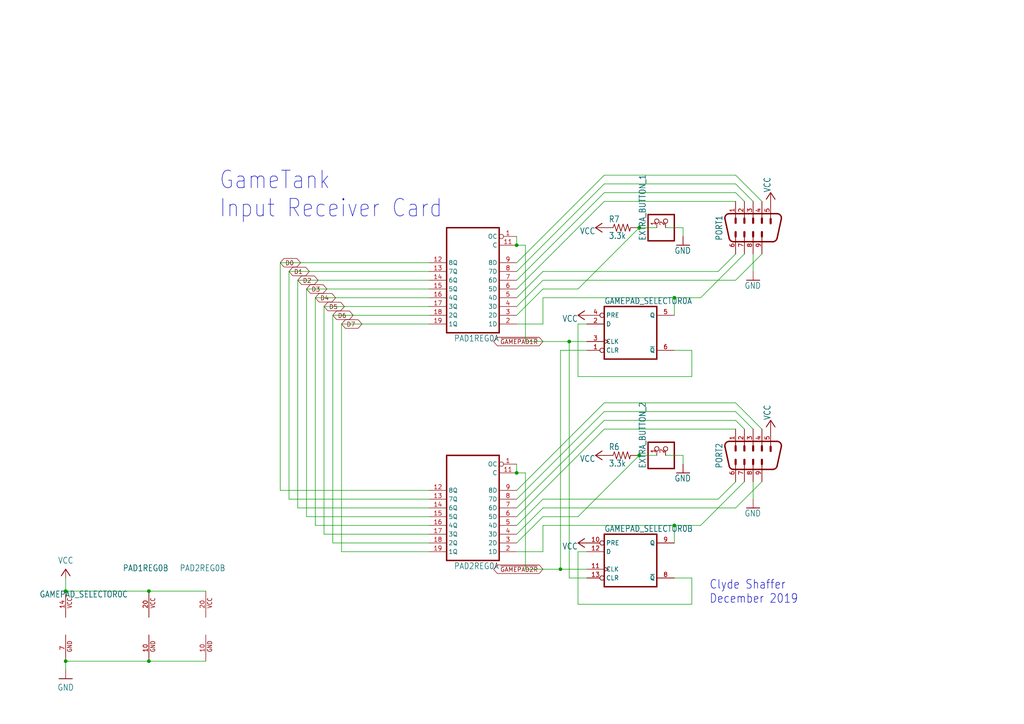
<source format=kicad_sch>
(kicad_sch (version 20230121) (generator eeschema)

  (uuid b0bdd01e-3bbc-4d2d-87b0-81b4c874358a)

  (paper "A4")

  (lib_symbols
    (symbol "cpu-blitter-inputs-eagle-import:74573N" (in_bom yes) (on_board yes)
      (property "Reference" "IC" (at -0.635 -0.635 0)
        (effects (font (size 1.778 1.5113)) (justify left bottom))
      )
      (property "Value" "" (at -7.62 -17.78 0)
        (effects (font (size 1.778 1.5113)) (justify left bottom) hide)
      )
      (property "Footprint" "cpu-blitter-inputs:DIL20" (at 0 0 0)
        (effects (font (size 1.27 1.27)) hide)
      )
      (property "Datasheet" "" (at 0 0 0)
        (effects (font (size 1.27 1.27)) hide)
      )
      (property "ki_locked" "" (at 0 0 0)
        (effects (font (size 1.27 1.27)))
      )
      (symbol "74573N_1_0"
        (polyline
          (pts
            (xy -7.62 -15.24)
            (xy 7.62 -15.24)
          )
          (stroke (width 0.4064) (type solid))
          (fill (type none))
        )
        (polyline
          (pts
            (xy -7.62 15.24)
            (xy -7.62 -15.24)
          )
          (stroke (width 0.4064) (type solid))
          (fill (type none))
        )
        (polyline
          (pts
            (xy 7.62 -15.24)
            (xy 7.62 15.24)
          )
          (stroke (width 0.4064) (type solid))
          (fill (type none))
        )
        (polyline
          (pts
            (xy 7.62 15.24)
            (xy -7.62 15.24)
          )
          (stroke (width 0.4064) (type solid))
          (fill (type none))
        )
        (pin input inverted (at -12.7 -12.7 0) (length 5.08)
          (name "OC" (effects (font (size 1.27 1.27))))
          (number "1" (effects (font (size 1.27 1.27))))
        )
        (pin input line (at -12.7 -10.16 0) (length 5.08)
          (name "C" (effects (font (size 1.27 1.27))))
          (number "11" (effects (font (size 1.27 1.27))))
        )
        (pin tri_state line (at 12.7 -5.08 180) (length 5.08)
          (name "8Q" (effects (font (size 1.27 1.27))))
          (number "12" (effects (font (size 1.27 1.27))))
        )
        (pin tri_state line (at 12.7 -2.54 180) (length 5.08)
          (name "7Q" (effects (font (size 1.27 1.27))))
          (number "13" (effects (font (size 1.27 1.27))))
        )
        (pin tri_state line (at 12.7 0 180) (length 5.08)
          (name "6Q" (effects (font (size 1.27 1.27))))
          (number "14" (effects (font (size 1.27 1.27))))
        )
        (pin tri_state line (at 12.7 2.54 180) (length 5.08)
          (name "5Q" (effects (font (size 1.27 1.27))))
          (number "15" (effects (font (size 1.27 1.27))))
        )
        (pin tri_state line (at 12.7 5.08 180) (length 5.08)
          (name "4Q" (effects (font (size 1.27 1.27))))
          (number "16" (effects (font (size 1.27 1.27))))
        )
        (pin tri_state line (at 12.7 7.62 180) (length 5.08)
          (name "3Q" (effects (font (size 1.27 1.27))))
          (number "17" (effects (font (size 1.27 1.27))))
        )
        (pin tri_state line (at 12.7 10.16 180) (length 5.08)
          (name "2Q" (effects (font (size 1.27 1.27))))
          (number "18" (effects (font (size 1.27 1.27))))
        )
        (pin tri_state line (at 12.7 12.7 180) (length 5.08)
          (name "1Q" (effects (font (size 1.27 1.27))))
          (number "19" (effects (font (size 1.27 1.27))))
        )
        (pin input line (at -12.7 12.7 0) (length 5.08)
          (name "1D" (effects (font (size 1.27 1.27))))
          (number "2" (effects (font (size 1.27 1.27))))
        )
        (pin input line (at -12.7 10.16 0) (length 5.08)
          (name "2D" (effects (font (size 1.27 1.27))))
          (number "3" (effects (font (size 1.27 1.27))))
        )
        (pin input line (at -12.7 7.62 0) (length 5.08)
          (name "3D" (effects (font (size 1.27 1.27))))
          (number "4" (effects (font (size 1.27 1.27))))
        )
        (pin input line (at -12.7 5.08 0) (length 5.08)
          (name "4D" (effects (font (size 1.27 1.27))))
          (number "5" (effects (font (size 1.27 1.27))))
        )
        (pin input line (at -12.7 2.54 0) (length 5.08)
          (name "5D" (effects (font (size 1.27 1.27))))
          (number "6" (effects (font (size 1.27 1.27))))
        )
        (pin input line (at -12.7 0 0) (length 5.08)
          (name "6D" (effects (font (size 1.27 1.27))))
          (number "7" (effects (font (size 1.27 1.27))))
        )
        (pin input line (at -12.7 -2.54 0) (length 5.08)
          (name "7D" (effects (font (size 1.27 1.27))))
          (number "8" (effects (font (size 1.27 1.27))))
        )
        (pin input line (at -12.7 -5.08 0) (length 5.08)
          (name "8D" (effects (font (size 1.27 1.27))))
          (number "9" (effects (font (size 1.27 1.27))))
        )
      )
      (symbol "74573N_2_0"
        (text "GND" (at 1.905 -7.62 900)
          (effects (font (size 1.27 1.0795)) (justify left bottom))
        )
        (text "VCC" (at 1.905 5.08 900)
          (effects (font (size 1.27 1.0795)) (justify left bottom))
        )
        (pin power_in line (at 0 -10.16 90) (length 7.62)
          (name "GND" (effects (font (size 0 0))))
          (number "10" (effects (font (size 1.27 1.27))))
        )
        (pin power_in line (at 0 10.16 270) (length 7.62)
          (name "VCC" (effects (font (size 0 0))))
          (number "20" (effects (font (size 1.27 1.27))))
        )
      )
    )
    (symbol "cpu-blitter-inputs-eagle-import:7474N" (in_bom yes) (on_board yes)
      (property "Reference" "IC" (at -0.635 -0.635 0)
        (effects (font (size 1.778 1.5113)) (justify left bottom))
      )
      (property "Value" "" (at -7.62 -10.16 0)
        (effects (font (size 1.778 1.5113)) (justify left bottom) hide)
      )
      (property "Footprint" "cpu-blitter-inputs:DIL14" (at 0 0 0)
        (effects (font (size 1.27 1.27)) hide)
      )
      (property "Datasheet" "" (at 0 0 0)
        (effects (font (size 1.27 1.27)) hide)
      )
      (property "ki_locked" "" (at 0 0 0)
        (effects (font (size 1.27 1.27)))
      )
      (symbol "7474N_1_0"
        (polyline
          (pts
            (xy -7.62 -7.62)
            (xy 7.62 -7.62)
          )
          (stroke (width 0.4064) (type solid))
          (fill (type none))
        )
        (polyline
          (pts
            (xy -7.62 7.62)
            (xy -7.62 -7.62)
          )
          (stroke (width 0.4064) (type solid))
          (fill (type none))
        )
        (polyline
          (pts
            (xy 7.62 -7.62)
            (xy 7.62 7.62)
          )
          (stroke (width 0.4064) (type solid))
          (fill (type none))
        )
        (polyline
          (pts
            (xy 7.62 7.62)
            (xy -7.62 7.62)
          )
          (stroke (width 0.4064) (type solid))
          (fill (type none))
        )
        (pin input inverted (at -12.7 -5.08 0) (length 5.08)
          (name "CLR" (effects (font (size 1.27 1.27))))
          (number "1" (effects (font (size 1.27 1.27))))
        )
        (pin input line (at -12.7 2.54 0) (length 5.08)
          (name "D" (effects (font (size 1.27 1.27))))
          (number "2" (effects (font (size 1.27 1.27))))
        )
        (pin input clock (at -12.7 -2.54 0) (length 5.08)
          (name "CLK" (effects (font (size 1.27 1.27))))
          (number "3" (effects (font (size 1.27 1.27))))
        )
        (pin input inverted (at -12.7 5.08 0) (length 5.08)
          (name "PRE" (effects (font (size 1.27 1.27))))
          (number "4" (effects (font (size 1.27 1.27))))
        )
        (pin output line (at 12.7 5.08 180) (length 5.08)
          (name "Q" (effects (font (size 1.27 1.27))))
          (number "5" (effects (font (size 1.27 1.27))))
        )
        (pin output line (at 12.7 -5.08 180) (length 5.08)
          (name "~{Q}" (effects (font (size 1.27 1.27))))
          (number "6" (effects (font (size 1.27 1.27))))
        )
      )
      (symbol "7474N_2_0"
        (polyline
          (pts
            (xy -7.62 -7.62)
            (xy 7.62 -7.62)
          )
          (stroke (width 0.4064) (type solid))
          (fill (type none))
        )
        (polyline
          (pts
            (xy -7.62 7.62)
            (xy -7.62 -7.62)
          )
          (stroke (width 0.4064) (type solid))
          (fill (type none))
        )
        (polyline
          (pts
            (xy 7.62 -7.62)
            (xy 7.62 7.62)
          )
          (stroke (width 0.4064) (type solid))
          (fill (type none))
        )
        (polyline
          (pts
            (xy 7.62 7.62)
            (xy -7.62 7.62)
          )
          (stroke (width 0.4064) (type solid))
          (fill (type none))
        )
        (pin input inverted (at -12.7 5.08 0) (length 5.08)
          (name "PRE" (effects (font (size 1.27 1.27))))
          (number "10" (effects (font (size 1.27 1.27))))
        )
        (pin input clock (at -12.7 -2.54 0) (length 5.08)
          (name "CLK" (effects (font (size 1.27 1.27))))
          (number "11" (effects (font (size 1.27 1.27))))
        )
        (pin input line (at -12.7 2.54 0) (length 5.08)
          (name "D" (effects (font (size 1.27 1.27))))
          (number "12" (effects (font (size 1.27 1.27))))
        )
        (pin input inverted (at -12.7 -5.08 0) (length 5.08)
          (name "CLR" (effects (font (size 1.27 1.27))))
          (number "13" (effects (font (size 1.27 1.27))))
        )
        (pin output line (at 12.7 -5.08 180) (length 5.08)
          (name "~{Q}" (effects (font (size 1.27 1.27))))
          (number "8" (effects (font (size 1.27 1.27))))
        )
        (pin output line (at 12.7 5.08 180) (length 5.08)
          (name "Q" (effects (font (size 1.27 1.27))))
          (number "9" (effects (font (size 1.27 1.27))))
        )
      )
      (symbol "7474N_3_0"
        (text "GND" (at 1.905 -7.62 900)
          (effects (font (size 1.27 1.0795)) (justify left bottom))
        )
        (text "VCC" (at 1.905 5.08 900)
          (effects (font (size 1.27 1.0795)) (justify left bottom))
        )
        (pin power_in line (at 0 10.16 270) (length 7.62)
          (name "VCC" (effects (font (size 0 0))))
          (number "14" (effects (font (size 1.27 1.27))))
        )
        (pin power_in line (at 0 -10.16 90) (length 7.62)
          (name "GND" (effects (font (size 0 0))))
          (number "7" (effects (font (size 1.27 1.27))))
        )
      )
    )
    (symbol "cpu-blitter-inputs-eagle-import:GND" (power) (in_bom yes) (on_board yes)
      (property "Reference" "#GND" (at 0 0 0)
        (effects (font (size 1.27 1.27)) hide)
      )
      (property "Value" "GND" (at -2.54 -2.54 0)
        (effects (font (size 1.778 1.5113)) (justify left bottom))
      )
      (property "Footprint" "" (at 0 0 0)
        (effects (font (size 1.27 1.27)) hide)
      )
      (property "Datasheet" "" (at 0 0 0)
        (effects (font (size 1.27 1.27)) hide)
      )
      (property "ki_locked" "" (at 0 0 0)
        (effects (font (size 1.27 1.27)))
      )
      (symbol "GND_1_0"
        (polyline
          (pts
            (xy -1.905 0)
            (xy 1.905 0)
          )
          (stroke (width 0.254) (type solid))
          (fill (type none))
        )
        (pin power_in line (at 0 2.54 270) (length 2.54)
          (name "GND" (effects (font (size 0 0))))
          (number "1" (effects (font (size 0 0))))
        )
      )
    )
    (symbol "cpu-blitter-inputs-eagle-import:M09-182" (in_bom yes) (on_board yes)
      (property "Reference" "X" (at -3.81 8.89 0)
        (effects (font (size 1.778 1.5113)) (justify left bottom))
      )
      (property "Value" "" (at -3.81 -10.795 0)
        (effects (font (size 1.778 1.5113)) (justify left bottom))
      )
      (property "Footprint" "cpu-blitter-inputs:182-009-MALE" (at 0 0 0)
        (effects (font (size 1.27 1.27)) hide)
      )
      (property "Datasheet" "" (at 0 0 0)
        (effects (font (size 1.27 1.27)) hide)
      )
      (property "ki_locked" "" (at 0 0 0)
        (effects (font (size 1.27 1.27)))
      )
      (symbol "M09-182_1_0"
        (arc (start -4.064 -5.7088) (mid -3.7833 -6.5051) (end -3.0653 -6.9495)
          (stroke (width 0.4064) (type solid))
          (fill (type none))
        )
        (arc (start -3.0653 6.9495) (mid -3.7833 6.5051) (end -4.064 5.7088)
          (stroke (width 0.4064) (type solid))
          (fill (type none))
        )
        (polyline
          (pts
            (xy -4.064 5.7088)
            (xy -4.064 -5.7088)
          )
          (stroke (width 0.4064) (type solid))
          (fill (type none))
        )
        (polyline
          (pts
            (xy -2.54 -2.54)
            (xy -1.27 -2.54)
          )
          (stroke (width 0.6096) (type solid))
          (fill (type none))
        )
        (polyline
          (pts
            (xy -2.54 0)
            (xy -1.27 0)
          )
          (stroke (width 0.6096) (type solid))
          (fill (type none))
        )
        (polyline
          (pts
            (xy -2.54 2.54)
            (xy -1.27 2.54)
          )
          (stroke (width 0.6096) (type solid))
          (fill (type none))
        )
        (polyline
          (pts
            (xy -2.54 5.08)
            (xy -1.27 5.08)
          )
          (stroke (width 0.6096) (type solid))
          (fill (type none))
        )
        (polyline
          (pts
            (xy 1.27 -5.08)
            (xy 2.54 -5.08)
          )
          (stroke (width 0.6096) (type solid))
          (fill (type none))
        )
        (polyline
          (pts
            (xy 1.397 -2.54)
            (xy 2.667 -2.54)
          )
          (stroke (width 0.6096) (type solid))
          (fill (type none))
        )
        (polyline
          (pts
            (xy 1.397 0)
            (xy 2.667 0)
          )
          (stroke (width 0.6096) (type solid))
          (fill (type none))
        )
        (polyline
          (pts
            (xy 1.397 2.54)
            (xy 2.667 2.54)
          )
          (stroke (width 0.6096) (type solid))
          (fill (type none))
        )
        (polyline
          (pts
            (xy 1.397 5.08)
            (xy 2.667 5.08)
          )
          (stroke (width 0.6096) (type solid))
          (fill (type none))
        )
        (polyline
          (pts
            (xy 2.5226 -8.1718)
            (xy -3.0654 -6.9494)
          )
          (stroke (width 0.4064) (type solid))
          (fill (type none))
        )
        (polyline
          (pts
            (xy 2.5226 8.1718)
            (xy -3.0654 6.9494)
          )
          (stroke (width 0.4064) (type solid))
          (fill (type none))
        )
        (polyline
          (pts
            (xy 4.064 6.9312)
            (xy 4.064 -6.9312)
          )
          (stroke (width 0.4064) (type solid))
          (fill (type none))
        )
        (arc (start 2.5226 -8.1718) (mid 3.5901 -7.9204) (end 4.0637 -6.9312)
          (stroke (width 0.4064) (type solid))
          (fill (type none))
        )
        (arc (start 4.0639 6.9311) (mid 3.5903 7.9205) (end 2.5226 8.1719)
          (stroke (width 0.4064) (type solid))
          (fill (type none))
        )
        (pin passive line (at 7.62 5.08 180) (length 5.08)
          (name "1" (effects (font (size 0 0))))
          (number "1" (effects (font (size 1.27 1.27))))
        )
        (pin passive line (at 7.62 2.54 180) (length 5.08)
          (name "2" (effects (font (size 0 0))))
          (number "2" (effects (font (size 1.27 1.27))))
        )
        (pin passive line (at 7.62 0 180) (length 5.08)
          (name "3" (effects (font (size 0 0))))
          (number "3" (effects (font (size 1.27 1.27))))
        )
        (pin passive line (at 7.62 -2.54 180) (length 5.08)
          (name "4" (effects (font (size 0 0))))
          (number "4" (effects (font (size 1.27 1.27))))
        )
        (pin passive line (at 7.62 -5.08 180) (length 5.08)
          (name "5" (effects (font (size 0 0))))
          (number "5" (effects (font (size 1.27 1.27))))
        )
        (pin passive line (at -7.62 5.08 0) (length 5.08)
          (name "6" (effects (font (size 0 0))))
          (number "6" (effects (font (size 1.27 1.27))))
        )
        (pin passive line (at -7.62 2.54 0) (length 5.08)
          (name "7" (effects (font (size 0 0))))
          (number "7" (effects (font (size 1.27 1.27))))
        )
        (pin passive line (at -7.62 0 0) (length 5.08)
          (name "8" (effects (font (size 0 0))))
          (number "8" (effects (font (size 1.27 1.27))))
        )
        (pin passive line (at -7.62 -2.54 0) (length 5.08)
          (name "9" (effects (font (size 0 0))))
          (number "9" (effects (font (size 1.27 1.27))))
        )
      )
    )
    (symbol "cpu-blitter-inputs-eagle-import:PINHD-1X2" (in_bom yes) (on_board yes)
      (property "Reference" "JP" (at -6.35 5.715 0)
        (effects (font (size 1.778 1.5113)) (justify left bottom))
      )
      (property "Value" "" (at -6.35 -5.08 0)
        (effects (font (size 1.778 1.5113)) (justify left bottom))
      )
      (property "Footprint" "cpu-blitter-inputs:1X02" (at 0 0 0)
        (effects (font (size 1.27 1.27)) hide)
      )
      (property "Datasheet" "" (at 0 0 0)
        (effects (font (size 1.27 1.27)) hide)
      )
      (property "ki_locked" "" (at 0 0 0)
        (effects (font (size 1.27 1.27)))
      )
      (symbol "PINHD-1X2_1_0"
        (polyline
          (pts
            (xy -6.35 -2.54)
            (xy 1.27 -2.54)
          )
          (stroke (width 0.4064) (type solid))
          (fill (type none))
        )
        (polyline
          (pts
            (xy -6.35 5.08)
            (xy -6.35 -2.54)
          )
          (stroke (width 0.4064) (type solid))
          (fill (type none))
        )
        (polyline
          (pts
            (xy 1.27 -2.54)
            (xy 1.27 5.08)
          )
          (stroke (width 0.4064) (type solid))
          (fill (type none))
        )
        (polyline
          (pts
            (xy 1.27 5.08)
            (xy -6.35 5.08)
          )
          (stroke (width 0.4064) (type solid))
          (fill (type none))
        )
        (pin passive inverted (at -2.54 2.54 0) (length 2.54)
          (name "1" (effects (font (size 0 0))))
          (number "1" (effects (font (size 1.27 1.27))))
        )
        (pin passive inverted (at -2.54 0 0) (length 2.54)
          (name "2" (effects (font (size 0 0))))
          (number "2" (effects (font (size 1.27 1.27))))
        )
      )
    )
    (symbol "cpu-blitter-inputs-eagle-import:R-US_0204/7" (in_bom yes) (on_board yes)
      (property "Reference" "R" (at -3.81 1.4986 0)
        (effects (font (size 1.778 1.5113)) (justify left bottom))
      )
      (property "Value" "" (at -3.81 -3.302 0)
        (effects (font (size 1.778 1.5113)) (justify left bottom))
      )
      (property "Footprint" "cpu-blitter-inputs:0204_7" (at 0 0 0)
        (effects (font (size 1.27 1.27)) hide)
      )
      (property "Datasheet" "" (at 0 0 0)
        (effects (font (size 1.27 1.27)) hide)
      )
      (property "ki_locked" "" (at 0 0 0)
        (effects (font (size 1.27 1.27)))
      )
      (symbol "R-US_0204/7_1_0"
        (polyline
          (pts
            (xy -2.54 0)
            (xy -2.159 1.016)
          )
          (stroke (width 0.2032) (type solid))
          (fill (type none))
        )
        (polyline
          (pts
            (xy -2.159 1.016)
            (xy -1.524 -1.016)
          )
          (stroke (width 0.2032) (type solid))
          (fill (type none))
        )
        (polyline
          (pts
            (xy -1.524 -1.016)
            (xy -0.889 1.016)
          )
          (stroke (width 0.2032) (type solid))
          (fill (type none))
        )
        (polyline
          (pts
            (xy -0.889 1.016)
            (xy -0.254 -1.016)
          )
          (stroke (width 0.2032) (type solid))
          (fill (type none))
        )
        (polyline
          (pts
            (xy -0.254 -1.016)
            (xy 0.381 1.016)
          )
          (stroke (width 0.2032) (type solid))
          (fill (type none))
        )
        (polyline
          (pts
            (xy 0.381 1.016)
            (xy 1.016 -1.016)
          )
          (stroke (width 0.2032) (type solid))
          (fill (type none))
        )
        (polyline
          (pts
            (xy 1.016 -1.016)
            (xy 1.651 1.016)
          )
          (stroke (width 0.2032) (type solid))
          (fill (type none))
        )
        (polyline
          (pts
            (xy 1.651 1.016)
            (xy 2.286 -1.016)
          )
          (stroke (width 0.2032) (type solid))
          (fill (type none))
        )
        (polyline
          (pts
            (xy 2.286 -1.016)
            (xy 2.54 0)
          )
          (stroke (width 0.2032) (type solid))
          (fill (type none))
        )
        (pin passive line (at -5.08 0 0) (length 2.54)
          (name "1" (effects (font (size 0 0))))
          (number "1" (effects (font (size 0 0))))
        )
        (pin passive line (at 5.08 0 180) (length 2.54)
          (name "2" (effects (font (size 0 0))))
          (number "2" (effects (font (size 0 0))))
        )
      )
    )
    (symbol "cpu-blitter-inputs-eagle-import:VCC" (power) (in_bom yes) (on_board yes)
      (property "Reference" "#P+" (at 0 0 0)
        (effects (font (size 1.27 1.27)) hide)
      )
      (property "Value" "VCC" (at -2.54 -2.54 90)
        (effects (font (size 1.778 1.5113)) (justify left bottom))
      )
      (property "Footprint" "" (at 0 0 0)
        (effects (font (size 1.27 1.27)) hide)
      )
      (property "Datasheet" "" (at 0 0 0)
        (effects (font (size 1.27 1.27)) hide)
      )
      (property "ki_locked" "" (at 0 0 0)
        (effects (font (size 1.27 1.27)))
      )
      (symbol "VCC_1_0"
        (polyline
          (pts
            (xy 0 0)
            (xy -1.27 -1.905)
          )
          (stroke (width 0.254) (type solid))
          (fill (type none))
        )
        (polyline
          (pts
            (xy 1.27 -1.905)
            (xy 0 0)
          )
          (stroke (width 0.254) (type solid))
          (fill (type none))
        )
        (pin power_in line (at 0 -2.54 90) (length 2.54)
          (name "VCC" (effects (font (size 0 0))))
          (number "1" (effects (font (size 0 0))))
        )
      )
    )
  )

  (junction (at 149.86 137.16) (diameter 0) (color 0 0 0 0)
    (uuid 016a1464-cfa7-4cb8-a0d4-c19068433174)
  )
  (junction (at 19.05 171.45) (diameter 0) (color 0 0 0 0)
    (uuid 0d0e4194-32f7-41bb-ac8d-41df9db40ad7)
  )
  (junction (at 195.58 86.36) (diameter 0) (color 0 0 0 0)
    (uuid 12c01428-cbc0-4152-9cf1-8cf8c6a71eb3)
  )
  (junction (at 162.56 165.1) (diameter 0) (color 0 0 0 0)
    (uuid 138d0fdf-f98a-463b-8445-72ee14fffbd1)
  )
  (junction (at 43.18 171.45) (diameter 0) (color 0 0 0 0)
    (uuid 1bf9b960-8f25-47e7-9fe4-caeac8959178)
  )
  (junction (at 43.18 191.77) (diameter 0) (color 0 0 0 0)
    (uuid 6d927b93-a49a-49ac-a005-2b29338f22cc)
  )
  (junction (at 165.1 99.06) (diameter 0) (color 0 0 0 0)
    (uuid 86d132a8-a0d9-4290-8e04-6628afba5083)
  )
  (junction (at 185.42 132.08) (diameter 0) (color 0 0 0 0)
    (uuid 8a3e0e4f-ccd6-4212-96af-f1be5ddd8397)
  )
  (junction (at 19.05 191.77) (diameter 0) (color 0 0 0 0)
    (uuid 974df05c-fe21-463e-a271-8a0d3db39a3f)
  )
  (junction (at 149.86 71.12) (diameter 0) (color 0 0 0 0)
    (uuid a13df449-b4aa-4d41-bf5f-293139e2ff90)
  )
  (junction (at 195.58 152.4) (diameter 0) (color 0 0 0 0)
    (uuid d8cbb00c-c046-4abb-a609-6562d17fca4a)
  )
  (junction (at 185.42 66.04) (diameter 0) (color 0 0 0 0)
    (uuid f1a65758-3693-4501-a0f3-4b2650dcf022)
  )

  (wire (pts (xy 167.64 93.98) (xy 170.18 93.98))
    (stroke (width 0.1524) (type solid))
    (uuid 0014e55a-9bdd-4ad2-b03d-bd4e1323891a)
  )
  (wire (pts (xy 193.04 132.08) (xy 198.12 132.08))
    (stroke (width 0.1524) (type solid))
    (uuid 00e11794-7345-4e47-830e-83a257386d9f)
  )
  (wire (pts (xy 195.58 157.48) (xy 195.58 152.4))
    (stroke (width 0.1524) (type solid))
    (uuid 015f7958-a489-4916-b8c9-9decd2a0987a)
  )
  (wire (pts (xy 93.98 88.9) (xy 124.46 88.9))
    (stroke (width 0.1524) (type solid))
    (uuid 025c8f2e-4af6-4c31-b219-ed7723d8fd73)
  )
  (wire (pts (xy 215.9 139.7) (xy 203.2 152.4))
    (stroke (width 0.1524) (type solid))
    (uuid 05ffd7e5-0790-4dfa-997b-d8ff7ab40be9)
  )
  (wire (pts (xy 157.48 83.82) (xy 167.64 83.82))
    (stroke (width 0.1524) (type solid))
    (uuid 07c2e209-45ea-4f18-b280-59eae577b3c2)
  )
  (wire (pts (xy 213.36 53.34) (xy 218.44 58.42))
    (stroke (width 0.1524) (type solid))
    (uuid 08f352fe-8609-4d64-8137-fa2b69c7585c)
  )
  (wire (pts (xy 175.26 53.34) (xy 213.36 53.34))
    (stroke (width 0.1524) (type solid))
    (uuid 09178524-3031-4e12-8e11-b6d15680926b)
  )
  (wire (pts (xy 213.36 121.92) (xy 215.9 124.46))
    (stroke (width 0.1524) (type solid))
    (uuid 09fc52a3-b600-4e29-8f46-a27e905f3ff4)
  )
  (wire (pts (xy 83.82 144.78) (xy 83.82 78.74))
    (stroke (width 0.1524) (type solid))
    (uuid 0a82a659-aac5-4635-b0b3-4fb6caf7c1d9)
  )
  (wire (pts (xy 157.48 160.02) (xy 149.86 160.02))
    (stroke (width 0.1524) (type solid))
    (uuid 0c2f3e72-924c-42c7-9307-173d90c48537)
  )
  (wire (pts (xy 83.82 144.78) (xy 124.46 144.78))
    (stroke (width 0.1524) (type solid))
    (uuid 11cd218f-03b3-484f-b3b1-cbe42436e48e)
  )
  (wire (pts (xy 157.48 152.4) (xy 157.48 160.02))
    (stroke (width 0.1524) (type solid))
    (uuid 123650b8-ee87-4f38-be3a-c6c01d7ff905)
  )
  (wire (pts (xy 167.64 109.22) (xy 167.64 93.98))
    (stroke (width 0.1524) (type solid))
    (uuid 1325d69f-f364-4dde-ab64-8ea3d7f2ca12)
  )
  (wire (pts (xy 162.56 165.1) (xy 170.18 165.1))
    (stroke (width 0.1524) (type solid))
    (uuid 13302bd2-8b98-45cf-92b2-346c765532e9)
  )
  (wire (pts (xy 149.86 154.94) (xy 157.48 147.32))
    (stroke (width 0.1524) (type solid))
    (uuid 157b12fb-4a24-49cf-85ce-bed40f76ba6e)
  )
  (wire (pts (xy 99.06 160.02) (xy 99.06 93.98))
    (stroke (width 0.1524) (type solid))
    (uuid 1719d6ac-6b86-4929-b85a-b5c3c5786fc6)
  )
  (wire (pts (xy 175.26 119.38) (xy 213.36 119.38))
    (stroke (width 0.1524) (type solid))
    (uuid 1a5d4a91-6df9-4de5-ad05-42036d5fdf57)
  )
  (wire (pts (xy 149.86 147.32) (xy 175.26 121.92))
    (stroke (width 0.1524) (type solid))
    (uuid 201a8fd1-5b57-4659-bffe-60c1c2c02c65)
  )
  (wire (pts (xy 157.48 93.98) (xy 157.48 86.36))
    (stroke (width 0.1524) (type solid))
    (uuid 20212f1c-1219-4e38-a5c0-6260c6a3c709)
  )
  (wire (pts (xy 175.26 50.8) (xy 213.36 50.8))
    (stroke (width 0.1524) (type solid))
    (uuid 21654b7a-0da9-4e52-a640-b364515891c3)
  )
  (wire (pts (xy 91.44 152.4) (xy 124.46 152.4))
    (stroke (width 0.1524) (type solid))
    (uuid 224bf2d1-0d89-4b43-8029-441d78523b72)
  )
  (wire (pts (xy 157.48 81.28) (xy 213.36 81.28))
    (stroke (width 0.1524) (type solid))
    (uuid 23c8c857-e9aa-4a72-85bd-b90c83206531)
  )
  (wire (pts (xy 208.28 144.78) (xy 213.36 139.7))
    (stroke (width 0.1524) (type solid))
    (uuid 242772c9-71b3-48f4-9ae4-12462d82e25f)
  )
  (wire (pts (xy 198.12 134.62) (xy 198.12 132.08))
    (stroke (width 0.1524) (type solid))
    (uuid 25d3c40a-d451-4a2b-8db2-cc2912c40d9e)
  )
  (wire (pts (xy 19.05 191.77) (xy 19.05 194.31))
    (stroke (width 0) (type default))
    (uuid 2b6b861c-4e83-4062-a48e-fc99e9962230)
  )
  (wire (pts (xy 19.05 171.45) (xy 43.18 171.45))
    (stroke (width 0) (type default))
    (uuid 2ba54f2a-0f78-477b-b7c0-9ec512f21724)
  )
  (wire (pts (xy 195.58 167.64) (xy 200.66 167.64))
    (stroke (width 0.1524) (type solid))
    (uuid 2c3854df-886a-44af-add7-8bbe12b81223)
  )
  (wire (pts (xy 218.44 144.78) (xy 218.44 139.7))
    (stroke (width 0.1524) (type solid))
    (uuid 33f874a1-944f-4694-8cda-2a2505b8b3a4)
  )
  (wire (pts (xy 149.86 83.82) (xy 175.26 58.42))
    (stroke (width 0.1524) (type solid))
    (uuid 3a13ecdc-2dbb-4d04-b676-23a2aadb40f0)
  )
  (wire (pts (xy 43.18 171.45) (xy 59.69 171.45))
    (stroke (width 0) (type default))
    (uuid 3cdcf205-fe2a-4d98-bee6-5b0af976f7b0)
  )
  (wire (pts (xy 149.86 157.48) (xy 157.48 149.86))
    (stroke (width 0.1524) (type solid))
    (uuid 3e09041a-b966-4f2e-adf8-269a8d064d35)
  )
  (wire (pts (xy 193.04 66.04) (xy 198.12 66.04))
    (stroke (width 0.1524) (type solid))
    (uuid 404be1c3-c210-48a6-9733-c724a05b6b7a)
  )
  (wire (pts (xy 88.9 149.86) (xy 124.46 149.86))
    (stroke (width 0.1524) (type solid))
    (uuid 48077c5e-fe38-495f-a04d-64bf09143da0)
  )
  (wire (pts (xy 167.64 149.86) (xy 185.42 132.08))
    (stroke (width 0.1524) (type solid))
    (uuid 490de1a6-0c76-4b42-b1e0-09d9e45f6c6e)
  )
  (wire (pts (xy 167.64 83.82) (xy 185.42 66.04))
    (stroke (width 0.1524) (type solid))
    (uuid 49320ec0-42ff-4749-9ff7-4606009f7c97)
  )
  (wire (pts (xy 200.66 175.26) (xy 167.64 175.26))
    (stroke (width 0.1524) (type solid))
    (uuid 49c12a46-0de5-42bd-8883-5cc7910a5cd4)
  )
  (wire (pts (xy 162.56 101.6) (xy 170.18 101.6))
    (stroke (width 0.1524) (type solid))
    (uuid 4c278c5e-cbe9-423d-b7cf-d20bd1099982)
  )
  (wire (pts (xy 152.4 71.12) (xy 152.4 99.06))
    (stroke (width 0.1524) (type solid))
    (uuid 4c821697-a68f-46d2-be1c-b74132d75817)
  )
  (wire (pts (xy 175.26 55.88) (xy 213.36 55.88))
    (stroke (width 0.1524) (type solid))
    (uuid 4eeaf3d8-8199-43bf-b755-868248dc0cec)
  )
  (wire (pts (xy 175.26 121.92) (xy 213.36 121.92))
    (stroke (width 0.1524) (type solid))
    (uuid 4efb25bd-3fa7-494b-bae5-6416a1ad48b4)
  )
  (wire (pts (xy 149.86 68.58) (xy 149.86 71.12))
    (stroke (width 0.1524) (type solid))
    (uuid 4ffb007c-a69a-4152-8495-20533b6d4c53)
  )
  (wire (pts (xy 203.2 152.4) (xy 195.58 152.4))
    (stroke (width 0.1524) (type solid))
    (uuid 50724b50-cc04-4d2a-96c2-84ad80752a75)
  )
  (wire (pts (xy 149.86 152.4) (xy 157.48 144.78))
    (stroke (width 0.1524) (type solid))
    (uuid 50886c63-94ae-4fc1-8adb-efb1b64352f3)
  )
  (wire (pts (xy 162.56 165.1) (xy 162.56 101.6))
    (stroke (width 0.1524) (type solid))
    (uuid 519bc3af-4b6b-43f1-8d7f-e0a808352fa0)
  )
  (wire (pts (xy 213.36 116.84) (xy 220.98 124.46))
    (stroke (width 0.1524) (type solid))
    (uuid 54b68d54-09aa-4be7-8610-6fc73590238c)
  )
  (wire (pts (xy 149.86 78.74) (xy 175.26 53.34))
    (stroke (width 0.1524) (type solid))
    (uuid 568088a7-83f1-4659-9197-852c7a54a0b4)
  )
  (wire (pts (xy 157.48 86.36) (xy 195.58 86.36))
    (stroke (width 0.1524) (type solid))
    (uuid 582e1729-9700-4bab-bdc0-cc8b35312a6f)
  )
  (wire (pts (xy 170.18 167.64) (xy 165.1 167.64))
    (stroke (width 0.1524) (type solid))
    (uuid 5a9d232e-29da-4783-b1be-e6c947375dad)
  )
  (wire (pts (xy 213.36 55.88) (xy 215.9 58.42))
    (stroke (width 0.1524) (type solid))
    (uuid 5b1bd7ec-076e-4a4b-bb10-37d264ee9776)
  )
  (wire (pts (xy 213.36 147.32) (xy 220.98 139.7))
    (stroke (width 0.1524) (type solid))
    (uuid 60eead1e-8d74-4776-ac5c-f8a4426a877f)
  )
  (wire (pts (xy 200.66 167.64) (xy 200.66 175.26))
    (stroke (width 0.1524) (type solid))
    (uuid 6785d045-053e-4d35-8ce1-9ad839f6cc80)
  )
  (wire (pts (xy 203.2 86.36) (xy 195.58 86.36))
    (stroke (width 0.1524) (type solid))
    (uuid 69205947-ae62-490b-953b-19e30a610ec9)
  )
  (wire (pts (xy 149.86 81.28) (xy 175.26 55.88))
    (stroke (width 0.1524) (type solid))
    (uuid 7179fe89-c410-431b-b90e-1b83eba6432c)
  )
  (wire (pts (xy 86.36 147.32) (xy 124.46 147.32))
    (stroke (width 0.1524) (type solid))
    (uuid 7255b41b-2508-4874-907b-a9c70e62861e)
  )
  (wire (pts (xy 152.4 137.16) (xy 152.4 165.1))
    (stroke (width 0.1524) (type solid))
    (uuid 72b852a2-2939-44eb-974b-d82af3b4dae6)
  )
  (wire (pts (xy 213.36 50.8) (xy 220.98 58.42))
    (stroke (width 0.1524) (type solid))
    (uuid 7cdf346a-59a3-4649-862f-d0e7fb65fe63)
  )
  (wire (pts (xy 195.58 152.4) (xy 157.48 152.4))
    (stroke (width 0.1524) (type solid))
    (uuid 7d4db38e-afef-4e79-a1b5-b6436bbfd422)
  )
  (wire (pts (xy 86.36 147.32) (xy 86.36 81.28))
    (stroke (width 0.1524) (type solid))
    (uuid 84d5e264-783a-41b6-86da-0a93325bf372)
  )
  (wire (pts (xy 149.86 144.78) (xy 175.26 119.38))
    (stroke (width 0.1524) (type solid))
    (uuid 890765fb-ac8b-4d37-9645-2de23033744a)
  )
  (wire (pts (xy 157.48 147.32) (xy 213.36 147.32))
    (stroke (width 0.1524) (type solid))
    (uuid 8a957952-e584-4602-8912-d984761e386c)
  )
  (wire (pts (xy 99.06 93.98) (xy 124.46 93.98))
    (stroke (width 0.1524) (type solid))
    (uuid 8afb8716-d2cb-4e0a-9187-bdbd9cf2ddfe)
  )
  (wire (pts (xy 149.86 76.2) (xy 175.26 50.8))
    (stroke (width 0.1524) (type solid))
    (uuid 8b90b598-c799-49dc-8181-52912ac64805)
  )
  (wire (pts (xy 167.64 160.02) (xy 170.18 160.02))
    (stroke (width 0.1524) (type solid))
    (uuid 8cde3300-a9d5-4f9d-8d09-2e29824f6afc)
  )
  (wire (pts (xy 149.86 71.12) (xy 152.4 71.12))
    (stroke (width 0.1524) (type solid))
    (uuid 8dee0e33-9226-4e97-884e-834e683b0e6d)
  )
  (wire (pts (xy 175.26 58.42) (xy 213.36 58.42))
    (stroke (width 0.1524) (type solid))
    (uuid 8e67f97a-65a2-4703-9e5f-9e4f2da5be66)
  )
  (wire (pts (xy 157.48 78.74) (xy 208.28 78.74))
    (stroke (width 0.1524) (type solid))
    (uuid 8fa5d748-85f3-4d68-b303-6d118fb9ef8a)
  )
  (wire (pts (xy 81.28 142.24) (xy 81.28 76.2))
    (stroke (width 0.1524) (type solid))
    (uuid 957bb830-dd45-44e4-9606-85ac5dbd8da1)
  )
  (wire (pts (xy 157.48 144.78) (xy 208.28 144.78))
    (stroke (width 0.1524) (type solid))
    (uuid 96fbbd38-e2c9-4070-b964-ebd2ee9f8a3d)
  )
  (wire (pts (xy 88.9 149.86) (xy 88.9 83.82))
    (stroke (width 0.1524) (type solid))
    (uuid 98e64aac-0681-4b4b-b116-08190eb692e3)
  )
  (wire (pts (xy 208.28 78.74) (xy 213.36 73.66))
    (stroke (width 0.1524) (type solid))
    (uuid 9dc1dc8d-5900-406a-8e6f-9dd99c206b3b)
  )
  (wire (pts (xy 218.44 73.66) (xy 218.44 78.74))
    (stroke (width 0.1524) (type solid))
    (uuid 9e0eb053-a8c5-4388-86db-3384f6521d3d)
  )
  (wire (pts (xy 200.66 101.6) (xy 200.66 109.22))
    (stroke (width 0.1524) (type solid))
    (uuid 9fb715fa-c45f-4949-99d3-e759243d2335)
  )
  (wire (pts (xy 215.9 73.66) (xy 203.2 86.36))
    (stroke (width 0.1524) (type solid))
    (uuid a03e8739-abbd-45c3-a436-8944a4914308)
  )
  (wire (pts (xy 195.58 86.36) (xy 195.58 91.44))
    (stroke (width 0.1524) (type solid))
    (uuid a061afb4-04cd-4918-9f2f-6a4ecb07ab91)
  )
  (wire (pts (xy 91.44 152.4) (xy 91.44 86.36))
    (stroke (width 0.1524) (type solid))
    (uuid a40e4fc0-60b3-4a23-b474-6e54bf74c462)
  )
  (wire (pts (xy 81.28 76.2) (xy 124.46 76.2))
    (stroke (width 0.1524) (type solid))
    (uuid a4a59ebb-3c2a-4218-9ec4-0b3bd60c79e7)
  )
  (wire (pts (xy 213.36 119.38) (xy 218.44 124.46))
    (stroke (width 0.1524) (type solid))
    (uuid a6322f0d-98a6-4bd8-b8c6-927a871ac719)
  )
  (wire (pts (xy 96.52 91.44) (xy 124.46 91.44))
    (stroke (width 0.1524) (type solid))
    (uuid a9ebce17-ffb4-4f9d-8f47-65fa479efe4f)
  )
  (wire (pts (xy 149.86 93.98) (xy 157.48 93.98))
    (stroke (width 0.1524) (type solid))
    (uuid acbe1405-fdd0-4006-841d-de65806e1367)
  )
  (wire (pts (xy 96.52 157.48) (xy 124.46 157.48))
    (stroke (width 0.1524) (type solid))
    (uuid af5c6b12-3a37-4032-8001-8c95c265aa89)
  )
  (wire (pts (xy 19.05 191.77) (xy 43.18 191.77))
    (stroke (width 0) (type default))
    (uuid b44e02e3-bbd3-4049-9830-4e998f0ee78d)
  )
  (wire (pts (xy 167.64 175.26) (xy 167.64 160.02))
    (stroke (width 0.1524) (type solid))
    (uuid b9124784-c54e-4239-be8e-197f43c41193)
  )
  (wire (pts (xy 213.36 81.28) (xy 220.98 73.66))
    (stroke (width 0.1524) (type solid))
    (uuid b9501443-8ccd-40b2-87d9-67b2740ae6f6)
  )
  (wire (pts (xy 149.86 88.9) (xy 157.48 81.28))
    (stroke (width 0.1524) (type solid))
    (uuid be290e7f-6dcf-4910-9980-01408fd3dc29)
  )
  (wire (pts (xy 157.48 149.86) (xy 167.64 149.86))
    (stroke (width 0.1524) (type solid))
    (uuid c0418d6b-94ec-41e2-897b-4b0b66157a69)
  )
  (wire (pts (xy 185.42 132.08) (xy 190.5 132.08))
    (stroke (width 0.1524) (type solid))
    (uuid c08910bf-e7a4-452c-b28c-773de6cfdf0c)
  )
  (wire (pts (xy 149.86 137.16) (xy 149.86 134.62))
    (stroke (width 0.1524) (type solid))
    (uuid c1e2744e-5ab3-48e0-a1a9-32c7a8956ff3)
  )
  (wire (pts (xy 149.86 86.36) (xy 157.48 78.74))
    (stroke (width 0.1524) (type solid))
    (uuid c30cb57b-f735-49dd-b370-fae9b4ad2a01)
  )
  (wire (pts (xy 99.06 160.02) (xy 124.46 160.02))
    (stroke (width 0.1524) (type solid))
    (uuid c3393fe5-ab2f-4882-b61a-4e955f93aa5a)
  )
  (wire (pts (xy 81.28 142.24) (xy 124.46 142.24))
    (stroke (width 0.1524) (type solid))
    (uuid cbb597e2-613b-4969-9fe0-0da9fba8441d)
  )
  (wire (pts (xy 175.26 124.46) (xy 213.36 124.46))
    (stroke (width 0.1524) (type solid))
    (uuid d82cefe8-6d31-44c3-bb7c-677ff66c1e66)
  )
  (wire (pts (xy 175.26 116.84) (xy 213.36 116.84))
    (stroke (width 0.1524) (type solid))
    (uuid e20ffb03-3196-4f21-bb64-5fe043d4fe13)
  )
  (wire (pts (xy 165.1 167.64) (xy 165.1 99.06))
    (stroke (width 0.1524) (type solid))
    (uuid e2634982-25a1-4a3e-82c3-93bacada180b)
  )
  (wire (pts (xy 149.86 149.86) (xy 175.26 124.46))
    (stroke (width 0.1524) (type solid))
    (uuid e2894097-f793-4664-8318-82a5bface752)
  )
  (wire (pts (xy 88.9 83.82) (xy 124.46 83.82))
    (stroke (width 0.1524) (type solid))
    (uuid e68d36d9-2113-4a6e-bd61-56e7560c0076)
  )
  (wire (pts (xy 152.4 165.1) (xy 162.56 165.1))
    (stroke (width 0.1524) (type solid))
    (uuid e7763d2a-6836-4511-bd24-14fe8d724857)
  )
  (wire (pts (xy 93.98 154.94) (xy 93.98 88.9))
    (stroke (width 0.1524) (type solid))
    (uuid e924e6e6-b0d8-441c-9571-d2839ab85d59)
  )
  (wire (pts (xy 149.86 91.44) (xy 157.48 83.82))
    (stroke (width 0.1524) (type solid))
    (uuid ea50bc1d-04de-430a-b02a-248e66f133a9)
  )
  (wire (pts (xy 200.66 109.22) (xy 167.64 109.22))
    (stroke (width 0.1524) (type solid))
    (uuid eb4bb4a1-69fa-48ae-a967-73492fc8c7d3)
  )
  (wire (pts (xy 93.98 154.94) (xy 124.46 154.94))
    (stroke (width 0.1524) (type solid))
    (uuid eb9e0ad7-dc28-4eda-8fca-6242036b0abc)
  )
  (wire (pts (xy 149.86 142.24) (xy 175.26 116.84))
    (stroke (width 0.1524) (type solid))
    (uuid ed4ec66b-a5ec-46bb-8f3e-e2dc9ba85d6b)
  )
  (wire (pts (xy 165.1 99.06) (xy 152.4 99.06))
    (stroke (width 0.1524) (type solid))
    (uuid ee1d4683-0ccf-45c9-9e62-6e55b8453d7c)
  )
  (wire (pts (xy 91.44 86.36) (xy 124.46 86.36))
    (stroke (width 0.1524) (type solid))
    (uuid efe81df5-59ac-45e6-b57b-bfc24a89eac5)
  )
  (wire (pts (xy 19.05 167.64) (xy 19.05 171.45))
    (stroke (width 0) (type default))
    (uuid f2558c58-537b-4bfa-9672-a59dd78ad5a1)
  )
  (wire (pts (xy 83.82 78.74) (xy 124.46 78.74))
    (stroke (width 0.1524) (type solid))
    (uuid f35da0ab-54e0-4932-b14f-ad4f7c53f945)
  )
  (wire (pts (xy 198.12 68.58) (xy 198.12 66.04))
    (stroke (width 0.1524) (type solid))
    (uuid f52749bb-7e1f-4067-ad4b-3ef133d69e35)
  )
  (wire (pts (xy 170.18 99.06) (xy 165.1 99.06))
    (stroke (width 0.1524) (type solid))
    (uuid f735a154-f5a1-4b9d-abc3-02e04b29b817)
  )
  (wire (pts (xy 190.5 66.04) (xy 185.42 66.04))
    (stroke (width 0.1524) (type solid))
    (uuid f971b20e-e322-42a7-b8e3-eb549c739be0)
  )
  (wire (pts (xy 43.18 191.77) (xy 59.69 191.77))
    (stroke (width 0) (type default))
    (uuid f97d4339-5eeb-4f22-9ae2-44dbf31115ff)
  )
  (wire (pts (xy 149.86 137.16) (xy 152.4 137.16))
    (stroke (width 0.1524) (type solid))
    (uuid fad04b46-4b64-4481-b505-380da56f5e4f)
  )
  (wire (pts (xy 195.58 101.6) (xy 200.66 101.6))
    (stroke (width 0.1524) (type solid))
    (uuid fbb643e6-429b-44a7-b75c-ddb1169bfb4e)
  )
  (wire (pts (xy 86.36 81.28) (xy 124.46 81.28))
    (stroke (width 0.1524) (type solid))
    (uuid fc814d39-a1d1-4021-a1f8-84e1d074150d)
  )
  (wire (pts (xy 96.52 157.48) (xy 96.52 91.44))
    (stroke (width 0.1524) (type solid))
    (uuid fc84b7c3-9de1-43b6-a6f6-98b139133c99)
  )

  (text "Clyde Shaffer\nDecember 2019" (at 205.74 175.26 0)
    (effects (font (size 2.54 2.159)) (justify left bottom))
    (uuid 772a8eaa-14f5-4715-8c90-a3cff1f727a1)
  )
  (text "GameTank\nInput Receiver Card" (at 63.5 63.5 0)
    (effects (font (size 5.08 4.318)) (justify left bottom))
    (uuid f6d00f9f-30af-47b7-8910-05e3c4c20027)
  )

  (global_label "D1" (shape bidirectional) (at 83.82 78.74 0) (fields_autoplaced)
    (effects (font (size 1.2446 1.2446)) (justify left))
    (uuid 07f557ad-28ce-4df0-82dd-0c30e72d6419)
    (property "Intersheetrefs" "${INTERSHEET_REFS}" (at 90.1863 78.74 0)
      (effects (font (size 1.27 1.27)) (justify left) hide)
    )
  )
  (global_label "D0" (shape bidirectional) (at 81.28 76.2 0) (fields_autoplaced)
    (effects (font (size 1.2446 1.2446)) (justify left))
    (uuid 1b7ecbc5-2786-428d-ae53-a2ec289ddad5)
    (property "Intersheetrefs" "${INTERSHEET_REFS}" (at 87.6463 76.2 0)
      (effects (font (size 1.27 1.27)) (justify left) hide)
    )
  )
  (global_label "~{GAMEPAD1R}" (shape bidirectional) (at 157.48 99.06 180) (fields_autoplaced)
    (effects (font (size 1.2446 1.2446)) (justify right))
    (uuid 8c1da99b-d4e7-4b3f-9131-555842dd14ee)
    (property "Intersheetrefs" "${INTERSHEET_REFS}" (at 142.6978 99.06 0)
      (effects (font (size 1.27 1.27)) (justify right) hide)
    )
  )
  (global_label "~{GAMEPAD2R}" (shape bidirectional) (at 157.48 165.1 180) (fields_autoplaced)
    (effects (font (size 1.2446 1.2446)) (justify right))
    (uuid aa1eca77-1aa6-4c10-b2d9-c58d0dc2a296)
    (property "Intersheetrefs" "${INTERSHEET_REFS}" (at 142.6978 165.1 0)
      (effects (font (size 1.27 1.27)) (justify right) hide)
    )
  )
  (global_label "D7" (shape bidirectional) (at 99.06 93.98 0) (fields_autoplaced)
    (effects (font (size 1.2446 1.2446)) (justify left))
    (uuid b7ca8993-e9d3-4e50-b4a3-19130c0faabc)
    (property "Intersheetrefs" "${INTERSHEET_REFS}" (at 105.4263 93.98 0)
      (effects (font (size 1.27 1.27)) (justify left) hide)
    )
  )
  (global_label "D6" (shape bidirectional) (at 96.52 91.44 0) (fields_autoplaced)
    (effects (font (size 1.2446 1.2446)) (justify left))
    (uuid bf03c35c-ef1c-4cb6-a9d9-e35940121f92)
    (property "Intersheetrefs" "${INTERSHEET_REFS}" (at 102.8863 91.44 0)
      (effects (font (size 1.27 1.27)) (justify left) hide)
    )
  )
  (global_label "D4" (shape bidirectional) (at 91.44 86.36 0) (fields_autoplaced)
    (effects (font (size 1.2446 1.2446)) (justify left))
    (uuid e530c302-e8fe-447f-ba46-94562b4d95bb)
    (property "Intersheetrefs" "${INTERSHEET_REFS}" (at 97.8063 86.36 0)
      (effects (font (size 1.27 1.27)) (justify left) hide)
    )
  )
  (global_label "D2" (shape bidirectional) (at 86.36 81.28 0) (fields_autoplaced)
    (effects (font (size 1.2446 1.2446)) (justify left))
    (uuid e5514416-5fe8-464e-a6c2-4715f7a944c6)
    (property "Intersheetrefs" "${INTERSHEET_REFS}" (at 92.7263 81.28 0)
      (effects (font (size 1.27 1.27)) (justify left) hide)
    )
  )
  (global_label "D3" (shape bidirectional) (at 88.9 83.82 0) (fields_autoplaced)
    (effects (font (size 1.2446 1.2446)) (justify left))
    (uuid e84791d0-42b3-4d3f-8665-aa34ec8e63cc)
    (property "Intersheetrefs" "${INTERSHEET_REFS}" (at 95.2663 83.82 0)
      (effects (font (size 1.27 1.27)) (justify left) hide)
    )
  )
  (global_label "D5" (shape bidirectional) (at 93.98 88.9 0) (fields_autoplaced)
    (effects (font (size 1.2446 1.2446)) (justify left))
    (uuid edf4805a-5488-4669-b37a-a5ddcc1b8a3c)
    (property "Intersheetrefs" "${INTERSHEET_REFS}" (at 100.3463 88.9 0)
      (effects (font (size 1.27 1.27)) (justify left) hide)
    )
  )

  (symbol (lib_id "cpu-blitter-inputs-eagle-import:VCC") (at 19.05 165.1 0) (unit 1)
    (in_bom yes) (on_board yes) (dnp no) (fields_autoplaced)
    (uuid 01d41dee-0b76-4fc7-a5b0-546d1e9f2801)
    (property "Reference" "#P+054" (at 19.05 165.1 0)
      (effects (font (size 1.27 1.27)) hide)
    )
    (property "Value" "VCC" (at 19.05 162.56 0)
      (effects (font (size 1.778 1.5113)))
    )
    (property "Footprint" "" (at 19.05 165.1 0)
      (effects (font (size 1.27 1.27)) hide)
    )
    (property "Datasheet" "" (at 19.05 165.1 0)
      (effects (font (size 1.27 1.27)) hide)
    )
    (pin "1" (uuid 4c94a214-4076-43fe-a20f-db4a20f1c83b))
    (instances
      (project "LogicBoard_smt"
        (path "/28034957-81b4-48a5-b869-6f4cb8f0c2fa/0a9c1bb4-cd21-41da-b869-100e097503b6"
          (reference "#P+054") (unit 1)
        )
      )
    )
  )

  (symbol (lib_id "cpu-blitter-inputs-eagle-import:GND") (at 218.44 147.32 0) (unit 1)
    (in_bom yes) (on_board yes) (dnp no)
    (uuid 036c3c1a-c70d-4801-aa9d-4496849435c5)
    (property "Reference" "#GND040" (at 218.44 147.32 0)
      (effects (font (size 1.27 1.27)) hide)
    )
    (property "Value" "GND" (at 215.9 149.86 0)
      (effects (font (size 1.778 1.5113)) (justify left bottom))
    )
    (property "Footprint" "" (at 218.44 147.32 0)
      (effects (font (size 1.27 1.27)) hide)
    )
    (property "Datasheet" "" (at 218.44 147.32 0)
      (effects (font (size 1.27 1.27)) hide)
    )
    (pin "1" (uuid 0941fc19-338b-496e-a1c9-04866c619bf0))
    (instances
      (project "LogicBoard_smt"
        (path "/28034957-81b4-48a5-b869-6f4cb8f0c2fa/0a9c1bb4-cd21-41da-b869-100e097503b6"
          (reference "#GND040") (unit 1)
        )
      )
    )
  )

  (symbol (lib_id "cpu-blitter-inputs-eagle-import:7474N") (at 19.05 181.61 0) (unit 3)
    (in_bom yes) (on_board yes) (dnp no)
    (uuid 08d1ca42-e705-462c-8c67-8b2abd5f2eb7)
    (property "Reference" "GAMEPAD_SELECTOR0" (at 11.43 173.355 0)
      (effects (font (size 1.778 1.5113)) (justify left bottom))
    )
    (property "Value" "7474N" (at 11.43 191.77 0)
      (effects (font (size 1.778 1.5113)) (justify left bottom) hide)
    )
    (property "Footprint" "Package_SO:TSSOP-14_4.4x5mm_P0.65mm" (at 19.05 181.61 0)
      (effects (font (size 1.27 1.27)) hide)
    )
    (property "Datasheet" "" (at 19.05 181.61 0)
      (effects (font (size 1.27 1.27)) hide)
    )
    (property "MPN" "74AHCT74PW,118" (at 19.05 181.61 0)
      (effects (font (size 1.27 1.27)) hide)
    )
    (pin "1" (uuid c3c48e6e-1367-41f9-b362-facfc7e2e0d3))
    (pin "2" (uuid f9bb6546-5dfe-49f9-822e-48883c02b8c5))
    (pin "3" (uuid 41651037-6b3f-4b05-bcdc-98a0e5f6b402))
    (pin "4" (uuid 00defc06-3ab7-48dc-8618-34fde7b50eca))
    (pin "5" (uuid 4a85649e-e5b5-4e4d-a50d-7a481a594c35))
    (pin "6" (uuid 8e9e69aa-bbb4-4b64-b41f-6503ff7c0dd2))
    (pin "10" (uuid 5117354d-bf4d-4f94-848e-6d5710f488e7))
    (pin "11" (uuid ba61a80b-8489-45a7-b7a7-bfb7ccbf2c72))
    (pin "12" (uuid 85cbc10a-e348-4f90-8413-86a619ba5422))
    (pin "13" (uuid aa9928a6-9006-4fe0-9283-c62486b4b4cb))
    (pin "8" (uuid d37c22ef-cf33-4405-a129-84da7b095e43))
    (pin "9" (uuid d705c03f-9a2f-48dc-ad13-200cbe3ef077))
    (pin "14" (uuid 9672d058-c5a3-4cfd-b22a-88bf1737f824))
    (pin "7" (uuid c681564a-8f5f-405c-8b0b-de658ad31c47))
    (instances
      (project "LogicBoard_smt"
        (path "/28034957-81b4-48a5-b869-6f4cb8f0c2fa/0a9c1bb4-cd21-41da-b869-100e097503b6"
          (reference "GAMEPAD_SELECTOR0") (unit 3)
        )
      )
    )
  )

  (symbol (lib_id "cpu-blitter-inputs-eagle-import:GND") (at 19.05 196.85 0) (unit 1)
    (in_bom yes) (on_board yes) (dnp no) (fields_autoplaced)
    (uuid 0a9c2857-3665-4b85-a1b2-41fb3b4703c9)
    (property "Reference" "#GND045" (at 19.05 196.85 0)
      (effects (font (size 1.27 1.27)) hide)
    )
    (property "Value" "GND" (at 19.05 199.39 0)
      (effects (font (size 1.778 1.5113)))
    )
    (property "Footprint" "" (at 19.05 196.85 0)
      (effects (font (size 1.27 1.27)) hide)
    )
    (property "Datasheet" "" (at 19.05 196.85 0)
      (effects (font (size 1.27 1.27)) hide)
    )
    (pin "1" (uuid 94e14401-52fb-4fb7-b379-7eb41e8b35d2))
    (instances
      (project "LogicBoard_smt"
        (path "/28034957-81b4-48a5-b869-6f4cb8f0c2fa/0a9c1bb4-cd21-41da-b869-100e097503b6"
          (reference "#GND045") (unit 1)
        )
      )
    )
  )

  (symbol (lib_id "cpu-blitter-inputs-eagle-import:GND") (at 198.12 137.16 0) (unit 1)
    (in_bom yes) (on_board yes) (dnp no)
    (uuid 18e61cef-1645-4e49-8ce0-6242f1ee1fbf)
    (property "Reference" "#GND041" (at 198.12 137.16 0)
      (effects (font (size 1.27 1.27)) hide)
    )
    (property "Value" "GND" (at 195.58 139.7 0)
      (effects (font (size 1.778 1.5113)) (justify left bottom))
    )
    (property "Footprint" "" (at 198.12 137.16 0)
      (effects (font (size 1.27 1.27)) hide)
    )
    (property "Datasheet" "" (at 198.12 137.16 0)
      (effects (font (size 1.27 1.27)) hide)
    )
    (pin "1" (uuid f1707b42-b389-41a5-aa46-60e703da51c9))
    (instances
      (project "LogicBoard_smt"
        (path "/28034957-81b4-48a5-b869-6f4cb8f0c2fa/0a9c1bb4-cd21-41da-b869-100e097503b6"
          (reference "#GND041") (unit 1)
        )
      )
    )
  )

  (symbol (lib_id "cpu-blitter-inputs-eagle-import:7474N") (at 182.88 96.52 0) (unit 1)
    (in_bom yes) (on_board yes) (dnp no)
    (uuid 1d375ddd-094f-4745-81b9-bd7d1a5aa1d6)
    (property "Reference" "GAMEPAD_SELECTOR0" (at 175.26 88.265 0)
      (effects (font (size 1.778 1.5113)) (justify left bottom))
    )
    (property "Value" "7474N" (at 175.26 106.68 0)
      (effects (font (size 1.778 1.5113)) (justify left bottom) hide)
    )
    (property "Footprint" "Package_SO:TSSOP-14_4.4x5mm_P0.65mm" (at 182.88 96.52 0)
      (effects (font (size 1.27 1.27)) hide)
    )
    (property "Datasheet" "" (at 182.88 96.52 0)
      (effects (font (size 1.27 1.27)) hide)
    )
    (property "MPN" "74AHCT74PW,118" (at 182.88 96.52 0)
      (effects (font (size 1.27 1.27)) hide)
    )
    (pin "1" (uuid 90023489-2ea4-4f7b-8c32-19bede27f8c5))
    (pin "2" (uuid aeaab2c3-2c94-4ae0-aa13-b74dc646fcb2))
    (pin "3" (uuid d906c45a-1e2d-46b4-97b1-9e022d571f36))
    (pin "4" (uuid cf261da4-aca9-489d-9c51-4e066ea0e254))
    (pin "5" (uuid 4dc07b41-9308-403c-9b75-032b6b64b347))
    (pin "6" (uuid cd74a62b-7f18-4d5e-8811-69a90abcfdc1))
    (pin "10" (uuid 5117354d-bf4d-4f94-848e-6d5710f488e8))
    (pin "11" (uuid ba61a80b-8489-45a7-b7a7-bfb7ccbf2c73))
    (pin "12" (uuid 85cbc10a-e348-4f90-8413-86a619ba5423))
    (pin "13" (uuid aa9928a6-9006-4fe0-9283-c62486b4b4cc))
    (pin "8" (uuid d37c22ef-cf33-4405-a129-84da7b095e44))
    (pin "9" (uuid d705c03f-9a2f-48dc-ad13-200cbe3ef078))
    (pin "14" (uuid 9672d058-c5a3-4cfd-b22a-88bf1737f825))
    (pin "7" (uuid c681564a-8f5f-405c-8b0b-de658ad31c48))
    (instances
      (project "LogicBoard_smt"
        (path "/28034957-81b4-48a5-b869-6f4cb8f0c2fa/0a9c1bb4-cd21-41da-b869-100e097503b6"
          (reference "GAMEPAD_SELECTOR0") (unit 1)
        )
      )
    )
  )

  (symbol (lib_id "cpu-blitter-inputs-eagle-import:M09-182") (at 218.44 66.04 90) (unit 1)
    (in_bom yes) (on_board yes) (dnp no)
    (uuid 267f3538-2f6a-465e-b1fe-02372ab52024)
    (property "Reference" "PORT1" (at 209.55 69.85 0)
      (effects (font (size 1.778 1.5113)) (justify left bottom))
    )
    (property "Value" "M09-182" (at 229.235 69.85 0)
      (effects (font (size 1.778 1.5113)) (justify left bottom) hide)
    )
    (property "Footprint" "cpu-blitter-inputs:182-009-MALE" (at 218.44 66.04 0)
      (effects (font (size 1.27 1.27)) hide)
    )
    (property "Datasheet" "" (at 218.44 66.04 0)
      (effects (font (size 1.27 1.27)) hide)
    )
    (property "MPN" "LD09P13A4GX00LF" (at 218.44 66.04 0)
      (effects (font (size 1.27 1.27)) hide)
    )
    (pin "1" (uuid 3df87dc5-0f56-4ac3-9813-878aaa2bfd36))
    (pin "2" (uuid 674b1e61-e52a-4d08-8d24-8575cd58e00e))
    (pin "3" (uuid a5ef36b9-b0b1-4756-bd09-fca5b3e6ee83))
    (pin "4" (uuid b72d7c4f-bb9b-4848-a6cb-0475f57894d5))
    (pin "5" (uuid 5957866c-9845-45ea-be62-a99f34bffdaf))
    (pin "6" (uuid 08da9e3c-ed9c-4636-bbef-8f345bca228c))
    (pin "7" (uuid aca388a9-807b-430c-9818-d771c448c98e))
    (pin "8" (uuid 1cca5513-199f-4345-a5ac-fc290761c537))
    (pin "9" (uuid 544af807-fb19-4c1b-b31d-d18d3708206c))
    (instances
      (project "LogicBoard_smt"
        (path "/28034957-81b4-48a5-b869-6f4cb8f0c2fa/0a9c1bb4-cd21-41da-b869-100e097503b6"
          (reference "PORT1") (unit 1)
        )
      )
    )
  )

  (symbol (lib_id "cpu-blitter-inputs-eagle-import:R-US_0204/7") (at 180.34 132.08 0) (unit 1)
    (in_bom yes) (on_board yes) (dnp no)
    (uuid 26bd1e8e-b0e0-449b-9855-8f70656a46e7)
    (property "Reference" "R6" (at 176.53 130.5814 0)
      (effects (font (size 1.778 1.5113)) (justify left bottom))
    )
    (property "Value" "3.3k" (at 176.53 135.382 0)
      (effects (font (size 1.778 1.5113)) (justify left bottom))
    )
    (property "Footprint" "Resistor_SMD:R_0805_2012Metric" (at 180.34 132.08 0)
      (effects (font (size 1.27 1.27)) hide)
    )
    (property "Datasheet" "" (at 180.34 132.08 0)
      (effects (font (size 1.27 1.27)) hide)
    )
    (property "MPN" "RC0805FR-073K3L" (at 180.34 132.08 0)
      (effects (font (size 1.27 1.27)) hide)
    )
    (pin "1" (uuid 65625c85-7f5e-444d-96ce-cf2b3c879351))
    (pin "2" (uuid 4a3426d8-5a62-49d0-bd49-435b1e04773c))
    (instances
      (project "LogicBoard_smt"
        (path "/28034957-81b4-48a5-b869-6f4cb8f0c2fa/0a9c1bb4-cd21-41da-b869-100e097503b6"
          (reference "R6") (unit 1)
        )
      )
    )
  )

  (symbol (lib_id "cpu-blitter-inputs-eagle-import:74573N") (at 137.16 147.32 180) (unit 1)
    (in_bom yes) (on_board yes) (dnp no)
    (uuid 29f735c4-4f02-4633-bf5a-730e9c3675df)
    (property "Reference" "PAD2REG0" (at 144.78 163.195 0)
      (effects (font (size 1.778 1.5113)) (justify left bottom))
    )
    (property "Value" "74573N" (at 144.78 129.54 0)
      (effects (font (size 1.778 1.5113)) (justify left bottom) hide)
    )
    (property "Footprint" "Package_SO:TSSOP-20_4.4x6.5mm_P0.65mm" (at 137.16 147.32 0)
      (effects (font (size 1.27 1.27)) hide)
    )
    (property "Datasheet" "" (at 137.16 147.32 0)
      (effects (font (size 1.27 1.27)) hide)
    )
    (property "MPN" "SN74AHC573PWR" (at 137.16 147.32 0)
      (effects (font (size 1.27 1.27)) hide)
    )
    (pin "1" (uuid 72925261-8d0e-488f-abfe-f413b85924c7))
    (pin "11" (uuid e74281dc-8cc5-4b32-b354-ab4f77a788c8))
    (pin "12" (uuid 2b68f589-e134-472f-b34b-8bb042879e23))
    (pin "13" (uuid 1e304ee2-08c0-4652-8556-ac18b50216e8))
    (pin "14" (uuid d307148e-7a7d-4c4d-903e-573057df304a))
    (pin "15" (uuid 16aa642d-f8c1-40c2-a49e-b476dda2613f))
    (pin "16" (uuid e42ad0ac-3cb3-4254-963c-c95b4fcd4c35))
    (pin "17" (uuid 9bcd5331-47c7-42e7-b8e8-2ae33bf1b845))
    (pin "18" (uuid 209d72a9-3ac8-401a-a5f6-288048a40745))
    (pin "19" (uuid 3baf49ec-76a9-4b69-8ccb-e521498a32a9))
    (pin "2" (uuid 3a4faaf0-edd5-4f63-92ec-7cbb4eb9c087))
    (pin "3" (uuid 593d0862-a870-4e1b-a0d5-b192f4759d85))
    (pin "4" (uuid 26400674-6060-4855-827b-3f92835ec7a1))
    (pin "5" (uuid 249b72b2-011d-41e3-b2d7-f2c3f746ba93))
    (pin "6" (uuid e505471d-9e33-49a2-ae3e-ef903f48f65e))
    (pin "7" (uuid c8e60574-c078-45b6-a9b5-08f6656cbb9e))
    (pin "8" (uuid fbb9f367-8430-4337-859a-52d6949cf794))
    (pin "9" (uuid 0683f0f5-0ebf-4428-9ed2-74dc9440143a))
    (pin "10" (uuid c5886631-c3bc-481a-87f3-460887c93de8))
    (pin "20" (uuid 82c7cc63-1ef4-480c-abee-5705669296f6))
    (instances
      (project "LogicBoard_smt"
        (path "/28034957-81b4-48a5-b869-6f4cb8f0c2fa/0a9c1bb4-cd21-41da-b869-100e097503b6"
          (reference "PAD2REG0") (unit 1)
        )
      )
    )
  )

  (symbol (lib_id "cpu-blitter-inputs-eagle-import:VCC") (at 167.64 91.44 90) (unit 1)
    (in_bom yes) (on_board yes) (dnp no)
    (uuid 2afdf740-4610-4746-9efe-0ef447c02648)
    (property "Reference" "#P+041" (at 167.64 91.44 0)
      (effects (font (size 1.27 1.27)) hide)
    )
    (property "Value" "VCC" (at 167.64 91.44 90)
      (effects (font (size 1.778 1.5113)) (justify left bottom))
    )
    (property "Footprint" "" (at 167.64 91.44 0)
      (effects (font (size 1.27 1.27)) hide)
    )
    (property "Datasheet" "" (at 167.64 91.44 0)
      (effects (font (size 1.27 1.27)) hide)
    )
    (pin "1" (uuid 73a165fc-8242-4b6c-9e16-cfc05dae2b8c))
    (instances
      (project "LogicBoard_smt"
        (path "/28034957-81b4-48a5-b869-6f4cb8f0c2fa/0a9c1bb4-cd21-41da-b869-100e097503b6"
          (reference "#P+041") (unit 1)
        )
      )
    )
  )

  (symbol (lib_id "cpu-blitter-inputs-eagle-import:74573N") (at 59.69 181.61 0) (unit 2)
    (in_bom yes) (on_board yes) (dnp no)
    (uuid 52e48581-e34a-491e-837c-06b4dfb354a0)
    (property "Reference" "PAD2REG0" (at 52.07 165.735 0)
      (effects (font (size 1.778 1.5113)) (justify left bottom))
    )
    (property "Value" "74573N" (at 52.07 199.39 0)
      (effects (font (size 1.778 1.5113)) (justify left bottom) hide)
    )
    (property "Footprint" "Package_SO:TSSOP-20_4.4x6.5mm_P0.65mm" (at 59.69 181.61 0)
      (effects (font (size 1.27 1.27)) hide)
    )
    (property "Datasheet" "" (at 59.69 181.61 0)
      (effects (font (size 1.27 1.27)) hide)
    )
    (property "MPN" "SN74AHC573PWR" (at 59.69 181.61 0)
      (effects (font (size 1.27 1.27)) hide)
    )
    (pin "1" (uuid 8d85cf11-cba7-485e-af1b-6f2f73544e73))
    (pin "11" (uuid b13a79ce-1115-4ec9-9e94-dddddb0d3b43))
    (pin "12" (uuid aebb3340-7d22-4fd6-9074-48fb053e5a4a))
    (pin "13" (uuid 3d07e8e6-8408-458f-bf1c-57ff89afe788))
    (pin "14" (uuid 34bda60e-f818-40a1-a948-d58c71c6ccc8))
    (pin "15" (uuid 38dd5288-cadf-47c2-85f7-80fed608f1e8))
    (pin "16" (uuid e95ad557-093e-416e-8a25-74199a4d38f0))
    (pin "17" (uuid c00ec224-5e77-4cdf-a607-59396d6b83c6))
    (pin "18" (uuid 68daba59-a328-44f9-8632-a739c18958df))
    (pin "19" (uuid 87bbaab7-4c9e-44b1-b891-c2fc961b7245))
    (pin "2" (uuid 44628da3-a283-48fd-b429-5648b4a3d359))
    (pin "3" (uuid 34e67747-f604-4cc9-8d19-6f1a148a947d))
    (pin "4" (uuid 8a134620-3d17-4078-bdc0-764852af857f))
    (pin "5" (uuid 0a4e06e5-b725-48f4-84f3-edd8f2c1ed34))
    (pin "6" (uuid 6b26c66b-4c58-48e3-a9ed-f7337fea28a6))
    (pin "7" (uuid aadd3bad-1440-471e-87df-eafa84951441))
    (pin "8" (uuid 39b2c14e-9478-4f53-ae6e-b5ee67d99798))
    (pin "9" (uuid 58edfd88-2748-490e-8da1-ec5d8de46e66))
    (pin "10" (uuid c5886631-c3bc-481a-87f3-460887c93de9))
    (pin "20" (uuid 82c7cc63-1ef4-480c-abee-5705669296f7))
    (instances
      (project "LogicBoard_smt"
        (path "/28034957-81b4-48a5-b869-6f4cb8f0c2fa/0a9c1bb4-cd21-41da-b869-100e097503b6"
          (reference "PAD2REG0") (unit 2)
        )
      )
    )
  )

  (symbol (lib_id "cpu-blitter-inputs-eagle-import:VCC") (at 172.72 66.04 90) (unit 1)
    (in_bom yes) (on_board yes) (dnp no)
    (uuid 5c93937c-b17e-475c-a087-fbc012f45821)
    (property "Reference" "#P+045" (at 172.72 66.04 0)
      (effects (font (size 1.27 1.27)) hide)
    )
    (property "Value" "VCC" (at 172.72 66.04 90)
      (effects (font (size 1.778 1.5113)) (justify left bottom))
    )
    (property "Footprint" "" (at 172.72 66.04 0)
      (effects (font (size 1.27 1.27)) hide)
    )
    (property "Datasheet" "" (at 172.72 66.04 0)
      (effects (font (size 1.27 1.27)) hide)
    )
    (pin "1" (uuid bfab4770-1a84-42be-8631-39ab783d4bb7))
    (instances
      (project "LogicBoard_smt"
        (path "/28034957-81b4-48a5-b869-6f4cb8f0c2fa/0a9c1bb4-cd21-41da-b869-100e097503b6"
          (reference "#P+045") (unit 1)
        )
      )
    )
  )

  (symbol (lib_id "cpu-blitter-inputs-eagle-import:74573N") (at 137.16 81.28 180) (unit 1)
    (in_bom yes) (on_board yes) (dnp no)
    (uuid 76599a52-950b-4c74-ab40-d90975514b96)
    (property "Reference" "PAD1REG0" (at 144.78 97.155 0)
      (effects (font (size 1.778 1.5113)) (justify left bottom))
    )
    (property "Value" "74573N" (at 144.78 63.5 0)
      (effects (font (size 1.778 1.5113)) (justify left bottom) hide)
    )
    (property "Footprint" "Package_SO:TSSOP-20_4.4x6.5mm_P0.65mm" (at 137.16 81.28 0)
      (effects (font (size 1.27 1.27)) hide)
    )
    (property "Datasheet" "" (at 137.16 81.28 0)
      (effects (font (size 1.27 1.27)) hide)
    )
    (property "MPN" "SN74AHC573PWR" (at 137.16 81.28 0)
      (effects (font (size 1.27 1.27)) hide)
    )
    (pin "1" (uuid 194b59a2-0709-4400-8df3-41d6312d822d))
    (pin "11" (uuid 3ce61be7-1bc5-4006-be69-9de222df7bbf))
    (pin "12" (uuid c6ebaa4d-abfa-40e4-bebd-53ccb9f2801f))
    (pin "13" (uuid 79eb634a-2113-4cd1-8919-853c3ddaec20))
    (pin "14" (uuid cbabcb64-4a4c-4372-900c-3526b7800244))
    (pin "15" (uuid 2827d9b8-a831-4817-a413-604167a7d6a8))
    (pin "16" (uuid 0d6c31a9-274b-4530-ab48-ddfb7599207d))
    (pin "17" (uuid d7763edc-3262-493e-984e-30325fa75f44))
    (pin "18" (uuid 35fe84d5-f1cc-4649-a2ef-b05b2e226221))
    (pin "19" (uuid 6987b8c6-ec57-446e-966c-cac79fbdfe6e))
    (pin "2" (uuid 92f66a45-14b8-4f85-b9e8-82e173145aab))
    (pin "3" (uuid 24a0de4e-5a9c-43a1-b1b8-5294360e8050))
    (pin "4" (uuid 94c34441-b827-448b-b105-916684854411))
    (pin "5" (uuid d391c242-93cc-43b3-92cc-ed95577a8c6d))
    (pin "6" (uuid 276b2ed8-fae1-4f65-90f4-586b40ebc0b7))
    (pin "7" (uuid a5d5f036-bbf3-4889-963e-4d12d0324681))
    (pin "8" (uuid 0f0137f1-152e-44b4-b89e-396b5727c530))
    (pin "9" (uuid 5f535fe0-5a81-41c6-b636-6d015754f7e1))
    (pin "10" (uuid 49946a6c-8dd1-461f-bb93-bb89455b5061))
    (pin "20" (uuid 810ed600-8f00-4947-a163-a326f0587d03))
    (instances
      (project "LogicBoard_smt"
        (path "/28034957-81b4-48a5-b869-6f4cb8f0c2fa/0a9c1bb4-cd21-41da-b869-100e097503b6"
          (reference "PAD1REG0") (unit 1)
        )
      )
    )
  )

  (symbol (lib_id "cpu-blitter-inputs-eagle-import:74573N") (at 43.18 181.61 0) (unit 2)
    (in_bom yes) (on_board yes) (dnp no)
    (uuid 8a8a2d0e-7aa8-42b0-93a2-a710495c4c7d)
    (property "Reference" "PAD1REG0" (at 35.56 165.735 0)
      (effects (font (size 1.778 1.5113)) (justify left bottom))
    )
    (property "Value" "74573N" (at 35.56 199.39 0)
      (effects (font (size 1.778 1.5113)) (justify left bottom) hide)
    )
    (property "Footprint" "Package_SO:TSSOP-20_4.4x6.5mm_P0.65mm" (at 43.18 181.61 0)
      (effects (font (size 1.27 1.27)) hide)
    )
    (property "Datasheet" "" (at 43.18 181.61 0)
      (effects (font (size 1.27 1.27)) hide)
    )
    (property "MPN" "SN74AHC573PWR" (at 43.18 181.61 0)
      (effects (font (size 1.27 1.27)) hide)
    )
    (pin "1" (uuid f14d0687-24b7-4ba0-aee1-26a32a75bea7))
    (pin "11" (uuid df00f5a4-e9dc-4a6c-8023-9793d194c12e))
    (pin "12" (uuid b9bc28bf-082b-4196-8e6a-2c30f958b7f5))
    (pin "13" (uuid bc464bc3-7f3e-4521-9e68-93da53f613ee))
    (pin "14" (uuid 4da1dc42-1627-4143-adc6-69ad5cb08a2a))
    (pin "15" (uuid 159d0e54-f810-4f31-a9f0-2e82a0142296))
    (pin "16" (uuid c72fca13-ad58-48c8-9d9d-35f73a76176b))
    (pin "17" (uuid 73da745b-7ef7-451e-a87f-cadc86a98747))
    (pin "18" (uuid 60272c32-4cd3-425a-b597-aaca6fc07964))
    (pin "19" (uuid f60afb1d-027b-4a41-b440-5048463117d1))
    (pin "2" (uuid ab935117-723e-4862-bd35-8eb97d5a9c72))
    (pin "3" (uuid c2f7d74a-4771-4ca1-bbea-6754ab77e778))
    (pin "4" (uuid d9309010-9c40-42e1-881d-f2c3c100aa0e))
    (pin "5" (uuid 15ddabdb-d208-47d8-982f-8fc3b06b841e))
    (pin "6" (uuid f1821421-1bd8-4f46-b56b-b5c202515efe))
    (pin "7" (uuid 727369f1-1cbf-457a-b5e1-a72310baaa68))
    (pin "8" (uuid ed41314e-4208-4df9-9503-5039b08324d1))
    (pin "9" (uuid 9049bf4b-17a5-4ea9-a7b1-56073433cd6f))
    (pin "10" (uuid 49946a6c-8dd1-461f-bb93-bb89455b5062))
    (pin "20" (uuid 810ed600-8f00-4947-a163-a326f0587d04))
    (instances
      (project "LogicBoard_smt"
        (path "/28034957-81b4-48a5-b869-6f4cb8f0c2fa/0a9c1bb4-cd21-41da-b869-100e097503b6"
          (reference "PAD1REG0") (unit 2)
        )
      )
    )
  )

  (symbol (lib_id "cpu-blitter-inputs-eagle-import:PINHD-1X2") (at 193.04 63.5 90) (unit 1)
    (in_bom yes) (on_board yes) (dnp no)
    (uuid a0074f42-6bc2-49e7-97db-4d5f037b2f3e)
    (property "Reference" "EXTRA_BUTTON_1" (at 187.325 69.85 0)
      (effects (font (size 1.778 1.5113)) (justify left bottom))
    )
    (property "Value" "PINHD-1X2" (at 198.12 69.85 0)
      (effects (font (size 1.778 1.5113)) (justify left bottom) hide)
    )
    (property "Footprint" "cpu-blitter-inputs:1X02" (at 193.04 63.5 0)
      (effects (font (size 1.27 1.27)) hide)
    )
    (property "Datasheet" "" (at 193.04 63.5 0)
      (effects (font (size 1.27 1.27)) hide)
    )
    (property "MPN" "DNI" (at 193.04 63.5 0)
      (effects (font (size 1.27 1.27)) hide)
    )
    (pin "1" (uuid 008e0c19-ffc3-4675-ae07-6dbd7122c197))
    (pin "2" (uuid 9968d360-3e7b-4ea9-aa1d-c4174ddaaebb))
    (instances
      (project "LogicBoard_smt"
        (path "/28034957-81b4-48a5-b869-6f4cb8f0c2fa/0a9c1bb4-cd21-41da-b869-100e097503b6"
          (reference "EXTRA_BUTTON_1") (unit 1)
        )
      )
    )
  )

  (symbol (lib_id "cpu-blitter-inputs-eagle-import:R-US_0204/7") (at 180.34 66.04 0) (unit 1)
    (in_bom yes) (on_board yes) (dnp no)
    (uuid b8e64375-621c-43ea-9b70-bc101a95d8af)
    (property "Reference" "R7" (at 176.53 64.5414 0)
      (effects (font (size 1.778 1.5113)) (justify left bottom))
    )
    (property "Value" "3.3k" (at 176.53 69.342 0)
      (effects (font (size 1.778 1.5113)) (justify left bottom))
    )
    (property "Footprint" "Resistor_SMD:R_0805_2012Metric" (at 180.34 66.04 0)
      (effects (font (size 1.27 1.27)) hide)
    )
    (property "Datasheet" "" (at 180.34 66.04 0)
      (effects (font (size 1.27 1.27)) hide)
    )
    (property "MPN" "RC0805FR-073K3L" (at 180.34 66.04 0)
      (effects (font (size 1.27 1.27)) hide)
    )
    (pin "1" (uuid 194b6b78-dcd3-4c7f-854d-a5f9c29d1f30))
    (pin "2" (uuid 4adb97ab-eced-42cc-8b7f-6f0ae79ea2de))
    (instances
      (project "LogicBoard_smt"
        (path "/28034957-81b4-48a5-b869-6f4cb8f0c2fa/0a9c1bb4-cd21-41da-b869-100e097503b6"
          (reference "R7") (unit 1)
        )
      )
    )
  )

  (symbol (lib_id "cpu-blitter-inputs-eagle-import:GND") (at 198.12 71.12 0) (unit 1)
    (in_bom yes) (on_board yes) (dnp no)
    (uuid b9963ccc-604a-4167-961e-bb4e51f98006)
    (property "Reference" "#GND042" (at 198.12 71.12 0)
      (effects (font (size 1.27 1.27)) hide)
    )
    (property "Value" "GND" (at 195.58 73.66 0)
      (effects (font (size 1.778 1.5113)) (justify left bottom))
    )
    (property "Footprint" "" (at 198.12 71.12 0)
      (effects (font (size 1.27 1.27)) hide)
    )
    (property "Datasheet" "" (at 198.12 71.12 0)
      (effects (font (size 1.27 1.27)) hide)
    )
    (pin "1" (uuid b7d767eb-4707-4679-9f4f-a986c390c9e6))
    (instances
      (project "LogicBoard_smt"
        (path "/28034957-81b4-48a5-b869-6f4cb8f0c2fa/0a9c1bb4-cd21-41da-b869-100e097503b6"
          (reference "#GND042") (unit 1)
        )
      )
    )
  )

  (symbol (lib_id "cpu-blitter-inputs-eagle-import:VCC") (at 223.52 121.92 0) (unit 1)
    (in_bom yes) (on_board yes) (dnp no)
    (uuid b9fc63ad-d611-41cb-aec7-845119c0626f)
    (property "Reference" "#P+044" (at 223.52 121.92 0)
      (effects (font (size 1.27 1.27)) hide)
    )
    (property "Value" "VCC" (at 223.52 121.92 90)
      (effects (font (size 1.778 1.5113)) (justify left bottom))
    )
    (property "Footprint" "" (at 223.52 121.92 0)
      (effects (font (size 1.27 1.27)) hide)
    )
    (property "Datasheet" "" (at 223.52 121.92 0)
      (effects (font (size 1.27 1.27)) hide)
    )
    (pin "1" (uuid 1902e971-8f7b-47e4-814a-5f4aa07c683d))
    (instances
      (project "LogicBoard_smt"
        (path "/28034957-81b4-48a5-b869-6f4cb8f0c2fa/0a9c1bb4-cd21-41da-b869-100e097503b6"
          (reference "#P+044") (unit 1)
        )
      )
    )
  )

  (symbol (lib_id "cpu-blitter-inputs-eagle-import:GND") (at 218.44 81.28 0) (unit 1)
    (in_bom yes) (on_board yes) (dnp no)
    (uuid ca3c7ae6-8170-4262-a453-3cefcfe00aa5)
    (property "Reference" "#GND039" (at 218.44 81.28 0)
      (effects (font (size 1.27 1.27)) hide)
    )
    (property "Value" "GND" (at 215.9 83.82 0)
      (effects (font (size 1.778 1.5113)) (justify left bottom))
    )
    (property "Footprint" "" (at 218.44 81.28 0)
      (effects (font (size 1.27 1.27)) hide)
    )
    (property "Datasheet" "" (at 218.44 81.28 0)
      (effects (font (size 1.27 1.27)) hide)
    )
    (pin "1" (uuid fcad5ae5-958f-4ac4-b695-450c833ea41b))
    (instances
      (project "LogicBoard_smt"
        (path "/28034957-81b4-48a5-b869-6f4cb8f0c2fa/0a9c1bb4-cd21-41da-b869-100e097503b6"
          (reference "#GND039") (unit 1)
        )
      )
    )
  )

  (symbol (lib_id "cpu-blitter-inputs-eagle-import:M09-182") (at 218.44 132.08 90) (unit 1)
    (in_bom yes) (on_board yes) (dnp no)
    (uuid ce62406a-074e-444e-bd57-b733e0305c45)
    (property "Reference" "PORT2" (at 209.55 135.89 0)
      (effects (font (size 1.778 1.5113)) (justify left bottom))
    )
    (property "Value" "M09-182" (at 229.235 135.89 0)
      (effects (font (size 1.778 1.5113)) (justify left bottom) hide)
    )
    (property "Footprint" "cpu-blitter-inputs:182-009-MALE" (at 218.44 132.08 0)
      (effects (font (size 1.27 1.27)) hide)
    )
    (property "Datasheet" "" (at 218.44 132.08 0)
      (effects (font (size 1.27 1.27)) hide)
    )
    (property "MPN" "LD09P13A4GX00LF" (at 218.44 132.08 0)
      (effects (font (size 1.27 1.27)) hide)
    )
    (pin "1" (uuid b92a4315-6a72-4bdb-bd05-913929b94935))
    (pin "2" (uuid 74676c2b-53c2-4bbd-b577-ae3bc3e301c1))
    (pin "3" (uuid b3d26278-0397-4c6d-a426-00307c705919))
    (pin "4" (uuid ad75be0f-b17f-44bb-9865-040643f147fc))
    (pin "5" (uuid d461ebb5-3987-41c6-87ea-4562f652b526))
    (pin "6" (uuid 7b9d672b-fa60-4e8b-b603-3a80783dff55))
    (pin "7" (uuid 0b890439-f28b-4156-8bbc-bc29d3df1a8f))
    (pin "8" (uuid 25c3fbca-12bd-458d-88a9-2ccf923dab63))
    (pin "9" (uuid 79c9b006-70a4-4c70-bd02-08f8d8ccb583))
    (instances
      (project "LogicBoard_smt"
        (path "/28034957-81b4-48a5-b869-6f4cb8f0c2fa/0a9c1bb4-cd21-41da-b869-100e097503b6"
          (reference "PORT2") (unit 1)
        )
      )
    )
  )

  (symbol (lib_id "cpu-blitter-inputs-eagle-import:7474N") (at 182.88 162.56 0) (unit 2)
    (in_bom yes) (on_board yes) (dnp no)
    (uuid e6c6f04f-1153-4018-9708-e7d1195f4909)
    (property "Reference" "GAMEPAD_SELECTOR0" (at 175.26 154.305 0)
      (effects (font (size 1.778 1.5113)) (justify left bottom))
    )
    (property "Value" "7474N" (at 175.26 172.72 0)
      (effects (font (size 1.778 1.5113)) (justify left bottom) hide)
    )
    (property "Footprint" "Package_SO:TSSOP-14_4.4x5mm_P0.65mm" (at 182.88 162.56 0)
      (effects (font (size 1.27 1.27)) hide)
    )
    (property "Datasheet" "" (at 182.88 162.56 0)
      (effects (font (size 1.27 1.27)) hide)
    )
    (property "MPN" "74AHCT74PW,118" (at 182.88 162.56 0)
      (effects (font (size 1.27 1.27)) hide)
    )
    (pin "1" (uuid 5a356b09-2679-4fd2-a3d9-833f3bc3c3d2))
    (pin "2" (uuid 51de3eb7-5c5c-4d68-9a79-b9b2624954c7))
    (pin "3" (uuid 0438b8f0-b27a-4845-a025-92a2cdd325b6))
    (pin "4" (uuid df73bb9c-0c0d-46a9-9c37-8e8e7039c534))
    (pin "5" (uuid a586cd03-a234-4fa2-8603-92a2c530fe61))
    (pin "6" (uuid 46726a1a-bc60-4425-87dc-11f086e5882d))
    (pin "10" (uuid daa8a132-e15b-4725-b1d5-063be9455fba))
    (pin "11" (uuid c9f9adb0-3751-41e2-9c47-379fa63995f9))
    (pin "12" (uuid b825f6ed-9c27-4a5b-86b9-bf1bfcaef1d4))
    (pin "13" (uuid b9c5d87d-ac9b-4874-98d2-f590358ecd22))
    (pin "8" (uuid e6fbb591-b05b-4d28-a6c1-180f8a577f24))
    (pin "9" (uuid fc697f6b-789a-462b-9925-9182ab5fe7a2))
    (pin "14" (uuid 55cf8f82-484c-4cbe-88a7-bbc1e15a68f8))
    (pin "7" (uuid 712fc937-51d6-4561-bac1-a7a9f1d2d926))
    (instances
      (project "LogicBoard_smt"
        (path "/28034957-81b4-48a5-b869-6f4cb8f0c2fa/0a9c1bb4-cd21-41da-b869-100e097503b6"
          (reference "GAMEPAD_SELECTOR0") (unit 2)
        )
      )
    )
  )

  (symbol (lib_id "cpu-blitter-inputs-eagle-import:PINHD-1X2") (at 193.04 129.54 90) (unit 1)
    (in_bom yes) (on_board yes) (dnp no)
    (uuid ed6b88e6-ce97-4c13-ad89-6d4b8f912775)
    (property "Reference" "EXTRA_BUTTON_2" (at 187.325 135.89 0)
      (effects (font (size 1.778 1.5113)) (justify left bottom))
    )
    (property "Value" "PINHD-1X2" (at 198.12 135.89 0)
      (effects (font (size 1.778 1.5113)) (justify left bottom) hide)
    )
    (property "Footprint" "cpu-blitter-inputs:1X02" (at 193.04 129.54 0)
      (effects (font (size 1.27 1.27)) hide)
    )
    (property "Datasheet" "" (at 193.04 129.54 0)
      (effects (font (size 1.27 1.27)) hide)
    )
    (property "MPN" "DNI" (at 193.04 129.54 0)
      (effects (font (size 1.27 1.27)) hide)
    )
    (pin "1" (uuid 03f61028-f973-40e5-ad0a-5514e634635d))
    (pin "2" (uuid 741a6482-e5ef-43b3-93c3-c4056239a5f8))
    (instances
      (project "LogicBoard_smt"
        (path "/28034957-81b4-48a5-b869-6f4cb8f0c2fa/0a9c1bb4-cd21-41da-b869-100e097503b6"
          (reference "EXTRA_BUTTON_2") (unit 1)
        )
      )
    )
  )

  (symbol (lib_id "cpu-blitter-inputs-eagle-import:VCC") (at 172.72 132.08 90) (unit 1)
    (in_bom yes) (on_board yes) (dnp no)
    (uuid f3a7063f-6649-413d-a719-4611ed3dd1a4)
    (property "Reference" "#P+046" (at 172.72 132.08 0)
      (effects (font (size 1.27 1.27)) hide)
    )
    (property "Value" "VCC" (at 172.72 132.08 90)
      (effects (font (size 1.778 1.5113)) (justify left bottom))
    )
    (property "Footprint" "" (at 172.72 132.08 0)
      (effects (font (size 1.27 1.27)) hide)
    )
    (property "Datasheet" "" (at 172.72 132.08 0)
      (effects (font (size 1.27 1.27)) hide)
    )
    (pin "1" (uuid b2cb2d26-e78c-4a1b-9e90-14def81e6c13))
    (instances
      (project "LogicBoard_smt"
        (path "/28034957-81b4-48a5-b869-6f4cb8f0c2fa/0a9c1bb4-cd21-41da-b869-100e097503b6"
          (reference "#P+046") (unit 1)
        )
      )
    )
  )

  (symbol (lib_id "cpu-blitter-inputs-eagle-import:VCC") (at 167.64 157.48 90) (unit 1)
    (in_bom yes) (on_board yes) (dnp no)
    (uuid fcad2dea-0ee1-4298-9de9-c684244fadc1)
    (property "Reference" "#P+042" (at 167.64 157.48 0)
      (effects (font (size 1.27 1.27)) hide)
    )
    (property "Value" "VCC" (at 167.64 157.48 90)
      (effects (font (size 1.778 1.5113)) (justify left bottom))
    )
    (property "Footprint" "" (at 167.64 157.48 0)
      (effects (font (size 1.27 1.27)) hide)
    )
    (property "Datasheet" "" (at 167.64 157.48 0)
      (effects (font (size 1.27 1.27)) hide)
    )
    (pin "1" (uuid 36fc7f59-13b4-4540-a773-d46d930c006b))
    (instances
      (project "LogicBoard_smt"
        (path "/28034957-81b4-48a5-b869-6f4cb8f0c2fa/0a9c1bb4-cd21-41da-b869-100e097503b6"
          (reference "#P+042") (unit 1)
        )
      )
    )
  )

  (symbol (lib_id "cpu-blitter-inputs-eagle-import:VCC") (at 223.52 55.88 0) (unit 1)
    (in_bom yes) (on_board yes) (dnp no)
    (uuid fd2a7ca7-c514-49ad-b308-623c73c7a501)
    (property "Reference" "#P+043" (at 223.52 55.88 0)
      (effects (font (size 1.27 1.27)) hide)
    )
    (property "Value" "VCC" (at 223.52 55.88 90)
      (effects (font (size 1.778 1.5113)) (justify left bottom))
    )
    (property "Footprint" "" (at 223.52 55.88 0)
      (effects (font (size 1.27 1.27)) hide)
    )
    (property "Datasheet" "" (at 223.52 55.88 0)
      (effects (font (size 1.27 1.27)) hide)
    )
    (pin "1" (uuid 731d6488-5965-4f57-b41c-7e958a450cac))
    (instances
      (project "LogicBoard_smt"
        (path "/28034957-81b4-48a5-b869-6f4cb8f0c2fa/0a9c1bb4-cd21-41da-b869-100e097503b6"
          (reference "#P+043") (unit 1)
        )
      )
    )
  )
)

</source>
